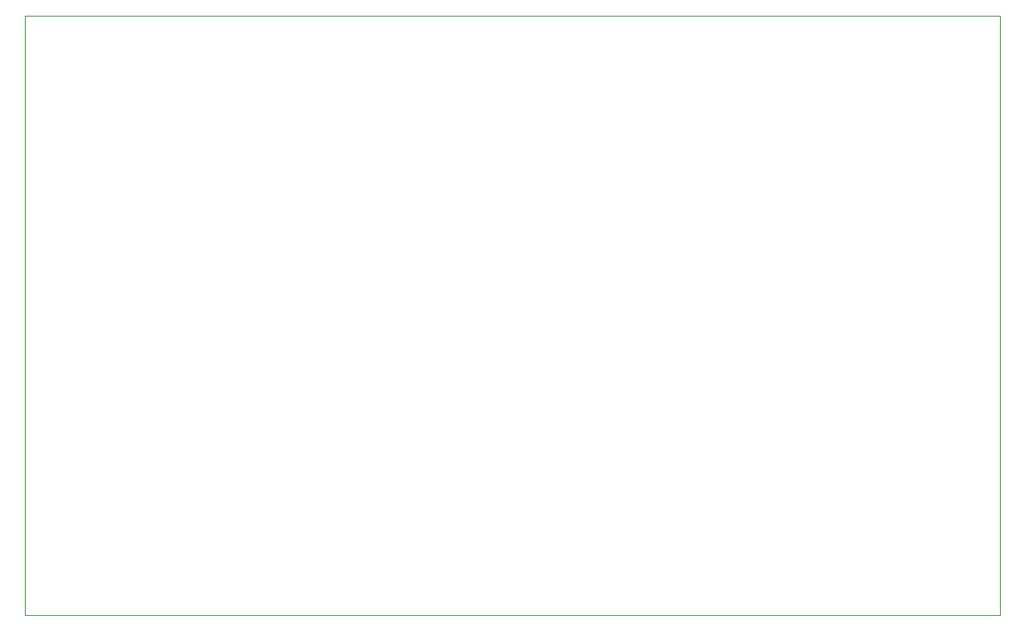
<source format=gbr>
%TF.GenerationSoftware,KiCad,Pcbnew,(6.0.5)*%
%TF.CreationDate,2022-06-20T20:36:39+02:00*%
%TF.ProjectId,bomba-robotabor,626f6d62-612d-4726-9f62-6f7461626f72,rev?*%
%TF.SameCoordinates,Original*%
%TF.FileFunction,Profile,NP*%
%FSLAX46Y46*%
G04 Gerber Fmt 4.6, Leading zero omitted, Abs format (unit mm)*
G04 Created by KiCad (PCBNEW (6.0.5)) date 2022-06-20 20:36:39*
%MOMM*%
%LPD*%
G01*
G04 APERTURE LIST*
%TA.AperFunction,Profile*%
%ADD10C,0.050000*%
%TD*%
G04 APERTURE END LIST*
D10*
X114554000Y-34798000D02*
X214122000Y-34798000D01*
X214122000Y-34798000D02*
X214122000Y-96012000D01*
X214122000Y-96012000D02*
X114554000Y-96012000D01*
X114554000Y-96012000D02*
X114554000Y-34798000D01*
M02*

</source>
